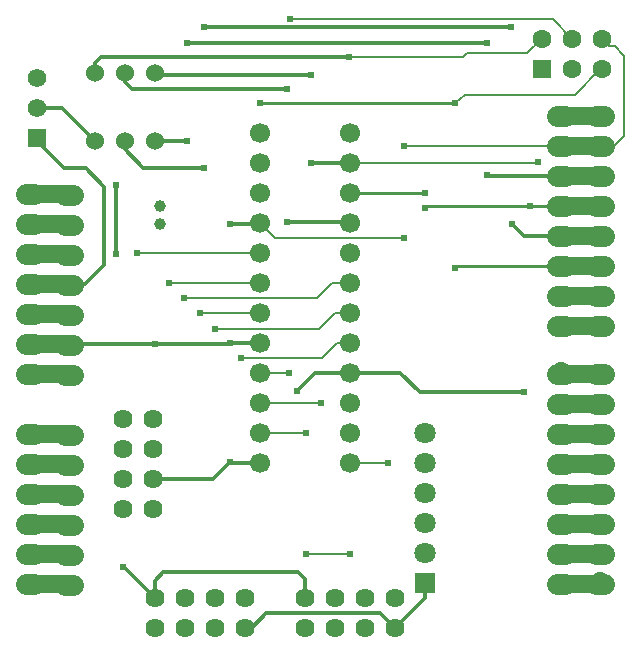
<source format=gbl>
G04 Layer: BottomLayer*
G04 EasyEDA v6.3.22, 2020-02-01T09:52:18+01:00*
G04 6a38883e4b2748c8978b3c8c793b862a,5bf1b712bda346c5934589caff60f8c7,10*
G04 Gerber Generator version 0.2*
G04 Scale: 100 percent, Rotated: No, Reflected: No *
G04 Dimensions in millimeters *
G04 leading zeros omitted , absolute positions ,3 integer and 3 decimal *
%FSLAX33Y33*%
%MOMM*%
G90*
G71D02*

%ADD10C,0.254000*%
%ADD11C,0.299999*%
%ADD12C,0.159995*%
%ADD13C,0.609600*%
%ADD15C,1.699997*%
%ADD16C,0.999998*%
%ADD17C,1.599997*%
%ADD18R,1.599997X1.599997*%
%ADD19C,1.624000*%
%ADD20C,1.799996*%
%ADD21R,1.799996X1.799996*%
%ADD22C,1.574800*%
%ADD23R,1.574800X1.574800*%
%ADD24C,1.524000*%
%ADD25C,1.499997*%

%LPD*%
G54D12*
G01X38369Y45820D02*
G01X39200Y46500D01*
G01X48500Y46500D01*
G54D10*
G01X38369Y31850D02*
G01X38529Y32010D01*
G01X46487Y32010D01*
G54D11*
G01X19300Y35600D02*
G01X21799Y35600D01*
G01X21859Y35660D01*
G01X21859Y25500D02*
G01X19300Y25500D01*
G01X29479Y22960D02*
G01X33739Y22960D01*
G01X35400Y21300D01*
G01X44200Y21300D01*
G54D10*
G01X29479Y38200D02*
G01X35829Y38200D01*
G01X35829Y36930D02*
G01X35989Y37090D01*
G01X46233Y37090D01*
G01X21859Y45820D02*
G01X38369Y45820D01*
G54D12*
G01X45399Y40799D02*
G01X45339Y40740D01*
G01X29479Y40740D01*
G54D11*
G01X20589Y1370D02*
G01X21170Y1370D01*
G01X22400Y2600D01*
G01X32060Y2600D01*
G01X33289Y1370D01*
G01X21859Y15340D02*
G01X19359Y15340D01*
G01X19300Y15400D01*
G01X29420Y40800D02*
G01X29479Y40740D01*
G54D25*
G01X2400Y25360D02*
G01X2515Y25360D01*
G01X2561Y25406D01*
G01X2561Y25406D01*
G54D12*
G01X21859Y33120D02*
G01X11500Y33120D01*
G01X21859Y30580D02*
G01X14200Y30580D01*
G01X21859Y28040D02*
G01X21819Y27999D01*
G01X16800Y27999D01*
G54D11*
G01X33289Y1370D02*
G01X35829Y3910D01*
G01X35829Y5180D01*
G54D12*
G01X21859Y22960D02*
G01X24300Y22960D01*
G01X21859Y20420D02*
G01X27000Y20420D01*
G01X21859Y17880D02*
G01X25800Y17880D01*
G01X25800Y7600D02*
G01X29500Y7600D01*
G01X29479Y30580D02*
G01X27980Y30580D01*
G01X26700Y29300D01*
G01X15400Y29300D01*
G01X29479Y28040D02*
G01X28240Y28040D01*
G01X26900Y26700D01*
G01X18100Y26700D01*
G01X29479Y25500D02*
G01X28400Y25500D01*
G01X27100Y24200D01*
G01X20300Y24200D01*
G54D11*
G01X29479Y22960D02*
G01X26560Y22960D01*
G01X25000Y21400D01*
G54D12*
G01X29479Y15340D02*
G01X32700Y15340D01*
G54D11*
G01X25669Y3910D02*
G01X25669Y5530D01*
G01X25100Y6100D01*
G01X13700Y6100D01*
G01X12999Y5300D01*
G01X12969Y3910D01*
G01X9699Y38900D02*
G01X9699Y32999D01*
G01X9699Y32999D01*
G01X10420Y48360D02*
G01X10420Y47579D01*
G01X11000Y47000D01*
G01X24200Y47000D01*
G01X24200Y35700D02*
G01X29439Y35700D01*
G01X29479Y35660D01*
G01X7870Y48360D02*
G01X7870Y49170D01*
G01X8399Y49699D01*
G01X29399Y49699D01*
G01X12970Y42560D02*
G01X15700Y42560D01*
G01X15700Y50900D02*
G01X41100Y50900D01*
G01X41099Y39699D02*
G01X41215Y39584D01*
G01X47358Y39584D01*
G01X29479Y40740D02*
G01X26200Y40740D01*
G01X26200Y48200D02*
G01X13129Y48200D01*
G01X12969Y48360D01*
G01X10420Y42560D02*
G01X10420Y41879D01*
G01X12000Y40300D01*
G01X17100Y40300D01*
G01X17100Y52200D02*
G01X43100Y52200D01*
G01X43200Y35600D02*
G01X44250Y34550D01*
G01X46464Y34550D01*
G01X19299Y25500D02*
G01X19172Y25373D01*
G01X12999Y25373D01*
G01X12999Y25373D02*
G01X6917Y25373D01*
G01X2999Y42820D02*
G01X2999Y42600D01*
G01X5299Y40300D01*
G01X7100Y40300D01*
G01X8699Y38700D01*
G01X8699Y32100D01*
G01X7053Y30453D01*
G01X6663Y30453D01*
G54D12*
G01X42100Y52900D02*
G01X24400Y52900D01*
G01X48260Y51200D02*
G01X46700Y52900D01*
G01X46500Y52900D01*
G01X46000Y52900D01*
G01X42100Y52900D01*
G01X45720Y51200D02*
G01X44520Y50000D01*
G01X39400Y50000D01*
G01X39100Y49700D01*
G01X29400Y49700D01*
G01X50800Y51200D02*
G01X51400Y50600D01*
G01X51900Y50600D01*
G01X52700Y49800D01*
G01X52700Y43000D01*
G01X51870Y42170D01*
G01X51776Y42170D01*
G01X21859Y35660D02*
G01X23119Y34400D01*
G01X34100Y34400D01*
G01X34099Y42200D02*
G01X34129Y42170D01*
G01X47358Y42124D01*
G01X48500Y46500D02*
G01X50660Y48660D01*
G01X50800Y48660D01*
G54D11*
G01X19300Y15400D02*
G01X17900Y14000D01*
G01X12840Y14000D01*
G01X12970Y3909D02*
G01X10380Y6500D01*
G01X10300Y6500D01*
G01X7869Y42559D02*
G01X5069Y45360D01*
G01X2999Y45360D01*
G54D25*
G01X2400Y35520D02*
G01X5702Y35520D01*
G01X5702Y32980D02*
G01X2400Y32980D01*
G01X5448Y30440D02*
G01X2400Y30440D01*
G01X2400Y27900D02*
G01X5702Y27900D01*
G01X2400Y25360D02*
G01X5702Y25360D01*
G01X2400Y22820D02*
G01X5702Y22820D01*
G01X2400Y5040D02*
G01X5702Y5040D01*
G01X5702Y7580D02*
G01X2400Y7580D01*
G01X5702Y10120D02*
G01X2400Y10120D01*
G01X5702Y12660D02*
G01X2400Y12660D01*
G01X2400Y15200D02*
G01X5702Y15200D01*
G01X2400Y17740D02*
G01X5702Y17740D01*
G01X47358Y5040D02*
G01X50406Y5040D01*
G01X50660Y5294D01*
G01X50660Y7580D02*
G01X47358Y7580D01*
G01X47358Y10120D02*
G01X50660Y10120D01*
G01X47358Y12660D02*
G01X50660Y12660D01*
G01X47358Y15200D02*
G01X50660Y15200D01*
G01X50660Y17740D02*
G01X47358Y17740D01*
G01X47358Y20280D02*
G01X50660Y20280D01*
G01X50660Y22820D02*
G01X47612Y22820D01*
G01X47358Y23074D01*
G01X47358Y26884D02*
G01X50660Y26884D01*
G01X50660Y29424D02*
G01X47358Y29424D01*
G01X47358Y31964D02*
G01X50660Y31964D01*
G01X47358Y34504D02*
G01X50660Y34504D01*
G01X47104Y37044D02*
G01X50660Y37044D01*
G01X47358Y39584D02*
G01X50660Y39584D01*
G01X47358Y42124D02*
G01X50660Y42124D01*
G01X47358Y44664D02*
G01X50660Y44664D01*
G01X2400Y38060D02*
G01X5702Y38060D01*
G54D15*
G01X21859Y43280D03*
G01X29479Y43280D03*
G01X21859Y40740D03*
G01X21859Y38200D03*
G01X21859Y33120D03*
G01X21859Y35660D03*
G01X21859Y30580D03*
G01X21859Y15340D03*
G01X21859Y20420D03*
G01X21859Y17880D03*
G01X21859Y22960D03*
G01X21859Y25500D03*
G01X21859Y28040D03*
G01X29479Y28040D03*
G01X29479Y25500D03*
G01X29479Y22960D03*
G01X29479Y17880D03*
G01X29479Y20420D03*
G01X29479Y15340D03*
G01X29479Y30580D03*
G01X29479Y35660D03*
G01X29479Y33120D03*
G01X29479Y38200D03*
G01X29479Y40740D03*
G54D16*
G01X13399Y35549D03*
G01X13399Y37050D03*
G54D17*
G01X50800Y51199D03*
G01X50800Y48659D03*
G01X48260Y51199D03*
G01X48260Y48659D03*
G01X45720Y51199D03*
G54D18*
G01X45720Y48659D03*
G54D19*
G01X12839Y11459D03*
G01X10299Y11459D03*
G01X12839Y13999D03*
G01X10299Y13999D03*
G01X12839Y16539D03*
G01X10299Y16539D03*
G01X12839Y19079D03*
G01X10299Y19079D03*
G54D20*
G01X35829Y17880D03*
G01X35829Y15340D03*
G01X35829Y12800D03*
G01X35829Y10260D03*
G01X35829Y7720D03*
G54D21*
G01X35829Y5180D03*
G54D22*
G01X2999Y47900D03*
G01X2999Y45360D03*
G54D23*
G01X2999Y42820D03*
G54D24*
G01X7870Y48359D03*
G01X10419Y48359D03*
G01X12969Y48359D03*
G01X12969Y42559D03*
G01X10419Y42559D03*
G01X7869Y42559D03*
G54D19*
G01X12970Y1369D03*
G01X12970Y3909D03*
G01X15510Y1369D03*
G01X15510Y3909D03*
G01X18050Y1369D03*
G01X18050Y3909D03*
G01X20590Y1369D03*
G01X20590Y3909D03*
G01X25670Y1369D03*
G01X25670Y3909D03*
G01X28210Y1369D03*
G01X28210Y3909D03*
G01X30750Y1369D03*
G01X30750Y3909D03*
G01X33290Y1369D03*
G01X33290Y3909D03*
G54D13*
G01X35829Y38200D03*
G01X35829Y36930D03*
G01X21859Y45820D03*
G01X38369Y45820D03*
G01X38369Y31850D03*
G01X2561Y25406D03*
G01X11500Y33120D03*
G01X14200Y30580D03*
G01X16800Y27999D03*
G01X19299Y25500D03*
G01X19299Y15399D03*
G01X19299Y35600D03*
G01X24300Y22960D03*
G01X26999Y20420D03*
G01X25800Y17880D03*
G01X25800Y7599D03*
G01X29500Y7599D03*
G01X15399Y29299D03*
G01X18100Y26699D03*
G01X20299Y24200D03*
G01X24999Y21399D03*
G01X32699Y15340D03*
G01X24200Y47000D03*
G01X24200Y35699D03*
G01X29399Y49699D03*
G01X44200Y21299D03*
G01X15699Y42560D03*
G01X15699Y50900D03*
G01X41099Y50900D03*
G01X41099Y39699D03*
G01X26200Y40740D03*
G01X26200Y48200D03*
G01X17100Y40300D03*
G01X17100Y52200D03*
G01X43099Y52200D03*
G01X43200Y35600D03*
G01X12999Y25373D03*
G01X9699Y32999D03*
G01X9699Y38900D03*
G01X24399Y52900D03*
G01X44700Y37099D03*
G01X45399Y40799D03*
G01X34099Y34399D03*
G01X34099Y42200D03*
G01X10299Y6500D03*
G54D20*
G01X51010Y15200D02*
G01X50310Y15200D01*
G01X2750Y17740D02*
G01X2050Y17740D01*
G01X51010Y12660D02*
G01X50310Y12660D01*
G01X51010Y10120D02*
G01X50310Y10120D01*
G01X51010Y7580D02*
G01X50310Y7580D01*
G01X51010Y5040D02*
G01X50310Y5040D01*
G01X51010Y17740D02*
G01X50310Y17740D01*
G01X51010Y20280D02*
G01X50310Y20280D01*
G01X51010Y22820D02*
G01X50310Y22820D01*
G01X51010Y26884D02*
G01X50310Y26884D01*
G01X51010Y29424D02*
G01X50310Y29424D01*
G01X51010Y31964D02*
G01X50310Y31964D01*
G01X51010Y34504D02*
G01X50310Y34504D01*
G01X51010Y37044D02*
G01X50310Y37044D01*
G01X51010Y39584D02*
G01X50310Y39584D01*
G01X51010Y42124D02*
G01X50310Y42124D01*
G01X51010Y44664D02*
G01X50310Y44664D01*
G01X2750Y15200D02*
G01X2050Y15200D01*
G01X2750Y12660D02*
G01X2050Y12660D01*
G01X2750Y10120D02*
G01X2050Y10120D01*
G01X2750Y7580D02*
G01X2050Y7580D01*
G01X2750Y5040D02*
G01X2050Y5040D01*
G01X2750Y22820D02*
G01X2050Y22820D01*
G01X2750Y25360D02*
G01X2050Y25360D01*
G01X2750Y27900D02*
G01X2050Y27900D01*
G01X2750Y30440D02*
G01X2050Y30440D01*
G01X2750Y32980D02*
G01X2050Y32980D01*
G01X2750Y35520D02*
G01X2050Y35520D01*
G01X47708Y15200D02*
G01X47008Y15200D01*
G01X47708Y12660D02*
G01X47008Y12660D01*
G01X47708Y10120D02*
G01X47008Y10120D01*
G01X47708Y7580D02*
G01X47008Y7580D01*
G01X47708Y5040D02*
G01X47008Y5040D01*
G01X47708Y17740D02*
G01X47008Y17740D01*
G01X47708Y20280D02*
G01X47008Y20280D01*
G01X47708Y22820D02*
G01X47008Y22820D01*
G01X47708Y26884D02*
G01X47008Y26884D01*
G01X47708Y29424D02*
G01X47008Y29424D01*
G01X47708Y31964D02*
G01X47008Y31964D01*
G01X47708Y34504D02*
G01X47008Y34504D01*
G01X47708Y37044D02*
G01X47008Y37044D01*
G01X47708Y39584D02*
G01X47008Y39584D01*
G01X47708Y42124D02*
G01X47008Y42124D01*
G01X47708Y44664D02*
G01X47008Y44664D01*
G01X6046Y17707D02*
G01X5346Y17707D01*
G01X6046Y15167D02*
G01X5346Y15167D01*
G01X6046Y12627D02*
G01X5346Y12627D01*
G01X6046Y10087D02*
G01X5346Y10087D01*
G01X6046Y7547D02*
G01X5346Y7547D01*
G01X6046Y5007D02*
G01X5346Y5007D01*
G01X6046Y22787D02*
G01X5346Y22787D01*
G01X6046Y25327D02*
G01X5346Y25327D01*
G01X6046Y27867D02*
G01X5346Y27867D01*
G01X6046Y30407D02*
G01X5346Y30407D01*
G01X6046Y32947D02*
G01X5346Y32947D01*
G01X6046Y35487D02*
G01X5346Y35487D01*
G01X2750Y38060D02*
G01X2050Y38060D01*
G01X6046Y38027D02*
G01X5346Y38027D01*
M00*
M02*

</source>
